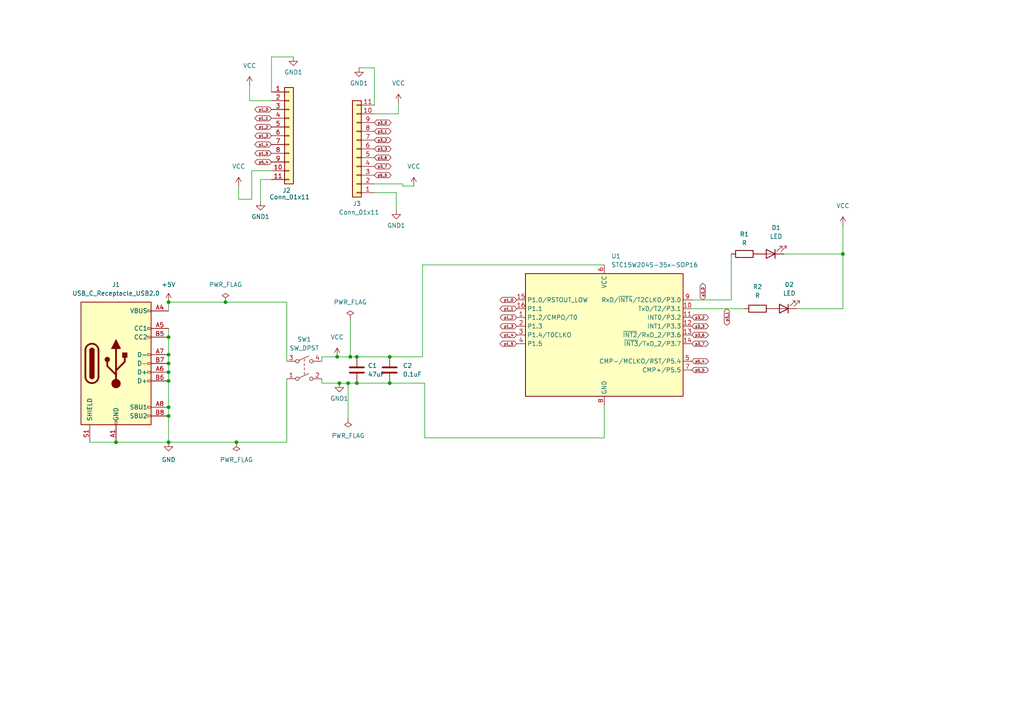
<source format=kicad_sch>
(kicad_sch (version 20211123) (generator eeschema)
  (paper "A4")
  (lib_symbols
    (symbol "Connector:USB_C_Receptacle_USB2.0" (pin_names (offset 1.016))
      (property "Reference" "J" (at -10.16 19.05 0))
      (property "Value" "USB_C_Receptacle_USB2.0" (at 19.05 19.05 0))
      (symbol "USB_C_Receptacle_USB2.0_0_0"
        (rectangle (start -0.254 -17.78) (end 0.254 -16.764))
        (rectangle (start 10.16 -14.986) (end 9.144 -15.494))
        (rectangle (start 10.16 -12.446) (end 9.144 -12.954))
        (rectangle (start 10.16 -4.826) (end 9.144 -5.334))
        (rectangle (start 10.16 -2.286) (end 9.144 -2.794))
        (rectangle (start 10.16 0.254) (end 9.144 -0.254))
        (rectangle (start 10.16 2.794) (end 9.144 2.286))
        (rectangle (start 10.16 7.874) (end 9.144 7.366))
        (rectangle (start 10.16 10.414) (end 9.144 9.906))
        (rectangle (start 10.16 15.494) (end 9.144 14.986))
      )
      (symbol "USB_C_Receptacle_USB2.0_0_1"
        (rectangle (start -10.16 17.78) (end 10.16 -17.78) (stroke (width 0.254)) (fill (type background)))
        (arc (start -8.89 -3.81) (mid -6.985 -5.715) (end -5.08 -3.81) (stroke (width 0.508)))
        (arc (start -7.62 -3.81) (mid -6.985 -4.445) (end -6.35 -3.81) (stroke (width 0.254)))
        (arc (start -7.62 -3.81) (mid -6.985 -4.445) (end -6.35 -3.81) (stroke (width 0.254)) (fill (type outline)))
        (rectangle (start -7.62 -3.81) (end -6.35 3.81) (stroke (width 0.254)) (fill (type outline)))
        (arc (start -6.35 3.81) (mid -6.985 4.445) (end -7.62 3.81) (stroke (width 0.254)))
        (arc (start -6.35 3.81) (mid -6.985 4.445) (end -7.62 3.81) (stroke (width 0.254)) (fill (type outline)))
        (arc (start -5.08 3.81) (mid -6.985 5.715) (end -8.89 3.81) (stroke (width 0.508)))
        (circle (center -2.54 1.143) (radius 0.635) (stroke (width 0.254)) (fill (type outline)))
        (circle (center 0 -5.842) (radius 1.27) (fill (type outline)))
        (polyline (pts (xy -8.89 -3.81) (xy -8.89 3.81)) (stroke (width 0.508)))
        (polyline (pts (xy -5.08 3.81) (xy -5.08 -3.81)) (stroke (width 0.508)))
        (polyline (pts (xy 0 -5.842) (xy 0 4.318)) (stroke (width 0.508)))
        (polyline (pts (xy 0 -3.302) (xy -2.54 -0.762) (xy -2.54 0.508)) (stroke (width 0.508)))
        (polyline (pts (xy 0 -2.032) (xy 2.54 0.508) (xy 2.54 1.778)) (stroke (width 0.508)))
        (polyline (pts (xy -1.27 4.318) (xy 0 6.858) (xy 1.27 4.318) (xy -1.27 4.318)) (stroke (width 0.254)) (fill (type outline)))
        (rectangle (start 1.905 1.778) (end 3.175 3.048) (stroke (width 0.254)) (fill (type outline)))
      )
      (symbol "USB_C_Receptacle_USB2.0_1_1"
        (pin passive line (at 0 -22.86 90) (length 5.08) (name "GND") (number "A1"))
        (pin passive line (at 0 -22.86 90) (length 5.08) hide (name "GND") (number "A12"))
        (pin passive line (at 15.24 15.24 180) (length 5.08) (name "VBUS") (number "A4"))
        (pin bidirectional line (at 15.24 10.16 180) (length 5.08) (name "CC1") (number "A5"))
        (pin bidirectional line (at 15.24 -2.54 180) (length 5.08) (name "D+") (number "A6"))
        (pin bidirectional line (at 15.24 2.54 180) (length 5.08) (name "D-") (number "A7"))
        (pin bidirectional line (at 15.24 -12.7 180) (length 5.08) (name "SBU1") (number "A8"))
        (pin passive line (at 15.24 15.24 180) (length 5.08) hide (name "VBUS") (number "A9"))
        (pin passive line (at 0 -22.86 90) (length 5.08) hide (name "GND") (number "B1"))
        (pin passive line (at 0 -22.86 90) (length 5.08) hide (name "GND") (number "B12"))
        (pin passive line (at 15.24 15.24 180) (length 5.08) hide (name "VBUS") (number "B4"))
        (pin bidirectional line (at 15.24 7.62 180) (length 5.08) (name "CC2") (number "B5"))
        (pin bidirectional line (at 15.24 -5.08 180) (length 5.08) (name "D+") (number "B6"))
        (pin bidirectional line (at 15.24 0 180) (length 5.08) (name "D-") (number "B7"))
        (pin bidirectional line (at 15.24 -15.24 180) (length 5.08) (name "SBU2") (number "B8"))
        (pin passive line (at 15.24 15.24 180) (length 5.08) hide (name "VBUS") (number "B9"))
        (pin passive line (at -7.62 -22.86 90) (length 5.08) (name "SHIELD") (number "S1"))
      )
    )
    (symbol "Connector_Generic:Conn_01x11" (pin_names (offset 1.016) hide)
      (property "Reference" "J" (at 0 15.24 0))
      (property "Value" "Conn_01x11" (at 0 -15.24 0))
      (symbol "Conn_01x11_1_1"
        (rectangle (start -1.27 -12.573) (end 0 -12.827) (stroke (width 0.1524)))
        (rectangle (start -1.27 -10.033) (end 0 -10.287) (stroke (width 0.1524)))
        (rectangle (start -1.27 -7.493) (end 0 -7.747) (stroke (width 0.1524)))
        (rectangle (start -1.27 -4.953) (end 0 -5.207) (stroke (width 0.1524)))
        (rectangle (start -1.27 -2.413) (end 0 -2.667) (stroke (width 0.1524)))
        (rectangle (start -1.27 0.127) (end 0 -0.127) (stroke (width 0.1524)))
        (rectangle (start -1.27 2.667) (end 0 2.413) (stroke (width 0.1524)))
        (rectangle (start -1.27 5.207) (end 0 4.953) (stroke (width 0.1524)))
        (rectangle (start -1.27 7.747) (end 0 7.493) (stroke (width 0.1524)))
        (rectangle (start -1.27 10.287) (end 0 10.033) (stroke (width 0.1524)))
        (rectangle (start -1.27 12.827) (end 0 12.573) (stroke (width 0.1524)))
        (rectangle (start -1.27 13.97) (end 1.27 -13.97) (stroke (width 0.254)) (fill (type background)))
        (pin passive line (at -5.08 12.7 0) (length 3.81) (name "Pin_1") (number "1"))
        (pin passive line (at -5.08 -10.16 0) (length 3.81) (name "Pin_10") (number "10"))
        (pin passive line (at -5.08 -12.7 0) (length 3.81) (name "Pin_11") (number "11"))
        (pin passive line (at -5.08 10.16 0) (length 3.81) (name "Pin_2") (number "2"))
        (pin passive line (at -5.08 7.62 0) (length 3.81) (name "Pin_3") (number "3"))
        (pin passive line (at -5.08 5.08 0) (length 3.81) (name "Pin_4") (number "4"))
        (pin passive line (at -5.08 2.54 0) (length 3.81) (name "Pin_5") (number "5"))
        (pin passive line (at -5.08 0 0) (length 3.81) (name "Pin_6") (number "6"))
        (pin passive line (at -5.08 -2.54 0) (length 3.81) (name "Pin_7") (number "7"))
        (pin passive line (at -5.08 -5.08 0) (length 3.81) (name "Pin_8") (number "8"))
        (pin passive line (at -5.08 -7.62 0) (length 3.81) (name "Pin_9") (number "9"))
      )
    )
    (symbol "Device:C" (pin_numbers hide) (pin_names (offset 0.254))
      (property "Reference" "C" (at 0.635 2.54 0))
      (property "Value" "C" (at 0.635 -2.54 0))
      (symbol "C_0_1"
        (polyline (pts (xy -2.032 -0.762) (xy 2.032 -0.762)) (stroke (width 0.508)))
        (polyline (pts (xy -2.032 0.762) (xy 2.032 0.762)) (stroke (width 0.508)))
      )
      (symbol "C_1_1"
        (pin passive line (at 0 3.81 270) (length 2.794) (name "~") (number "1"))
        (pin passive line (at 0 -3.81 90) (length 2.794) (name "~") (number "2"))
      )
    )
    (symbol "Device:LED" (pin_numbers hide) (pin_names (offset 1.016) hide)
      (property "Reference" "D" (at 0 2.54 0))
      (property "Value" "LED" (at 0 -2.54 0))
      (symbol "LED_0_1"
        (polyline (pts (xy -1.27 -1.27) (xy -1.27 1.27)) (stroke (width 0.254)))
        (polyline (pts (xy -1.27 0) (xy 1.27 0)))
        (polyline (pts (xy 1.27 -1.27) (xy 1.27 1.27) (xy -1.27 0) (xy 1.27 -1.27)) (stroke (width 0.254)))
        (polyline (pts (xy -3.048 -0.762) (xy -4.572 -2.286) (xy -3.81 -2.286) (xy -4.572 -2.286) (xy -4.572 -1.524)))
        (polyline (pts (xy -1.778 -0.762) (xy -3.302 -2.286) (xy -2.54 -2.286) (xy -3.302 -2.286) (xy -3.302 -1.524)))
      )
      (symbol "LED_1_1"
        (pin passive line (at -3.81 0 0) (length 2.54) (name "K") (number "1"))
        (pin passive line (at 3.81 0 180) (length 2.54) (name "A") (number "2"))
      )
    )
    (symbol "Device:R" (pin_numbers hide) (pin_names (offset 0))
      (property "Reference" "R" (at 2.032 0 90))
      (property "Value" "R" (at 0 0 90))
      (symbol "R_0_1"
        (rectangle (start -1.016 -2.54) (end 1.016 2.54) (stroke (width 0.254)))
      )
      (symbol "R_1_1"
        (pin passive line (at 0 3.81 270) (length 1.27) (name "~") (number "1"))
        (pin passive line (at 0 -3.81 90) (length 1.27) (name "~") (number "2"))
      )
    )
    (symbol "MCU_STC:STC15W204S-35x-SOP16"
      (property "Reference" "U" (at -22.86 19.05 0))
      (property "Value" "STC15W204S-35x-SOP16" (at 1.27 19.05 0))
      (symbol "STC15W204S-35x-SOP16_0_1"
        (rectangle (start -22.86 17.78) (end 22.86 -17.78) (stroke (width 0.254)) (fill (type background)))
      )
      (symbol "STC15W204S-35x-SOP16_1_1"
        (pin bidirectional line (at -25.4 5.08 0) (length 2.54) (name "P1.2/CMPO/T0") (number "1"))
        (pin bidirectional line (at 25.4 7.62 180) (length 2.54) (name "TxD/T2/P3.1") (number "10"))
        (pin bidirectional line (at 25.4 5.08 180) (length 2.54) (name "INT0/P3.2") (number "11"))
        (pin bidirectional line (at 25.4 2.54 180) (length 2.54) (name "INT1/P3.3") (number "12"))
        (pin bidirectional line (at 25.4 0 180) (length 2.54) (name "~{INT2}/RxD_2/P3.6") (number "13"))
        (pin bidirectional line (at 25.4 -2.54 180) (length 2.54) (name "~{INT3}/TxD_2/P3.7") (number "14"))
        (pin bidirectional line (at -25.4 10.16 0) (length 2.54) (name "P1.0/RSTOUT_LOW") (number "15"))
        (pin bidirectional line (at -25.4 7.62 0) (length 2.54) (name "P1.1") (number "16"))
        (pin bidirectional line (at -25.4 2.54 0) (length 2.54) (name "P1.3") (number "2"))
        (pin bidirectional line (at -25.4 0 0) (length 2.54) (name "P1.4/T0CLKO") (number "3"))
        (pin bidirectional line (at -25.4 -2.54 0) (length 2.54) (name "P1.5") (number "4"))
        (pin bidirectional line (at 25.4 -7.62 180) (length 2.54) (name "CMP-/MCLKO/RST/P5.4") (number "5"))
        (pin power_in line (at 0 20.32 270) (length 2.54) (name "VCC") (number "6"))
        (pin bidirectional line (at 25.4 -10.16 180) (length 2.54) (name "CMP+/P5.5") (number "7"))
        (pin power_in line (at 0 -20.32 90) (length 2.54) (name "GND") (number "8"))
        (pin bidirectional line (at 25.4 10.16 180) (length 2.54) (name "RxD/~{INT4}/T2CLKO/P3.0") (number "9"))
      )
    )
    (symbol "Switch:SW_DPST" (pin_names (offset 0) hide)
      (property "Reference" "SW" (at 0 5.08 0))
      (property "Value" "SW_DPST" (at 0 -5.08 0))
      (symbol "SW_DPST_0_0"
        (circle (center -2.032 -2.54) (radius 0.508))
        (circle (center -2.032 2.54) (radius 0.508))
        (polyline (pts (xy -1.524 -2.286) (xy 1.27 -1.016)))
        (polyline (pts (xy -1.524 2.794) (xy 1.27 4.064)))
        (polyline (pts (xy 0 -1.27) (xy 0 -0.635)))
        (polyline (pts (xy 0 0) (xy 0 0.635)))
        (polyline (pts (xy 0 1.27) (xy 0 1.905)))
        (polyline (pts (xy 0 2.54) (xy 0 3.175)))
        (circle (center 2.032 -2.54) (radius 0.508))
        (circle (center 2.032 2.54) (radius 0.508))
      )
      (symbol "SW_DPST_1_1"
        (pin passive line (at -5.08 -2.54 0) (length 2.54) (name "1") (number "1"))
        (pin passive line (at 5.08 -2.54 180) (length 2.54) (name "2") (number "2"))
        (pin passive line (at -5.08 2.54 0) (length 2.54) (name "3") (number "3"))
        (pin passive line (at 5.08 2.54 180) (length 2.54) (name "4") (number "4"))
      )
    )
    (symbol "power:+5V" (power) (pin_names (offset 0))
      (property "Value" "+5V" (at 0 3.556 0))
      (symbol "+5V_0_1"
        (polyline (pts (xy -0.762 1.27) (xy 0 2.54)))
        (polyline (pts (xy 0 0) (xy 0 2.54)))
        (polyline (pts (xy 0 2.54) (xy 0.762 1.27)))
      )
      (symbol "+5V_1_1"
        (pin power_in line (at 0 0 90) (length 0) hide (name "+5V") (number "1"))
      )
    )
    (symbol "power:GND" (power) (pin_names (offset 0))
      (property "Value" "GND" (at 0 -3.81 0))
      (symbol "GND_0_1"
        (polyline (pts (xy 0 0) (xy 0 -1.27) (xy 1.27 -1.27) (xy 0 -2.54) (xy -1.27 -1.27) (xy 0 -1.27)))
      )
      (symbol "GND_1_1"
        (pin power_in line (at 0 0 270) (length 0) hide (name "GND") (number "1"))
      )
    )
    (symbol "power:GND1" (power) (pin_names (offset 0))
      (property "Value" "GND1" (at 0 -3.81 0))
      (symbol "GND1_0_1"
        (polyline (pts (xy 0 0) (xy 0 -1.27) (xy 1.27 -1.27) (xy 0 -2.54) (xy -1.27 -1.27) (xy 0 -1.27)))
      )
      (symbol "GND1_1_1"
        (pin power_in line (at 0 0 270) (length 0) hide (name "GND1") (number "1"))
      )
    )
    (symbol "power:PWR_FLAG" (power) (pin_numbers hide) (pin_names (offset 0) hide)
      (property "Value" "PWR_FLAG" (at 0 3.81 0))
      (symbol "PWR_FLAG_0_0"
        (pin power_out line (at 0 0 90) (length 0) (name "pwr") (number "1"))
      )
      (symbol "PWR_FLAG_0_1"
        (polyline (pts (xy 0 0) (xy 0 1.27) (xy -1.016 1.905) (xy 0 2.54) (xy 1.016 1.905) (xy 0 1.27)))
      )
    )
    (symbol "power:VCC" (power) (pin_names (offset 0))
      (property "Value" "VCC" (at 0 3.81 0))
      (symbol "VCC_0_1"
        (polyline (pts (xy -0.762 1.27) (xy 0 2.54)))
        (polyline (pts (xy 0 0) (xy 0 2.54)))
        (polyline (pts (xy 0 2.54) (xy 0.762 1.27)))
      )
      (symbol "VCC_1_1"
        (pin power_in line (at 0 0 90) (length 0) hide (name "VCC") (number "1"))
      )
    )
  )
  (junction (at 48.895 118.11))
  (junction (at 97.79 103.505))
  (junction (at 48.895 105.41))
  (junction (at 48.895 120.65))
  (junction (at 48.895 97.79))
  (junction (at 48.895 128.27))
  (junction (at 113.03 111.125))
  (junction (at 98.425 111.125))
  (junction (at 48.895 107.95))
  (junction (at 33.655 128.27))
  (junction (at 48.895 110.49))
  (junction (at 48.895 102.87))
  (junction (at 65.405 87.63))
  (junction (at 244.475 73.66))
  (junction (at 103.505 103.505))
  (junction (at 101.6 103.505))
  (junction (at 100.965 111.125))
  (junction (at 113.03 103.505))
  (junction (at 68.58 128.27))
  (junction (at 103.505 111.125))
  (junction (at 48.895 87.63))
  (wire (pts (xy 68.58 128.27) (xy 83.185 128.27)))
  (wire (pts (xy 65.405 87.63) (xy 83.185 87.63)))
  (wire (pts (xy 108.585 19.685) (xy 104.14 19.685)))
  (wire (pts (xy 48.895 102.87) (xy 48.895 105.41)))
  (wire (pts (xy 108.585 33.02) (xy 115.57 33.02)))
  (wire (pts (xy 231.14 89.535) (xy 244.475 89.535)))
  (wire (pts (xy 103.505 111.125) (xy 113.03 111.125)))
  (wire (pts (xy 97.79 103.505) (xy 101.6 103.505)))
  (wire (pts (xy 175.26 127) (xy 175.26 117.475)))
  (wire (pts (xy 75.565 52.07) (xy 75.565 58.42)))
  (wire (pts (xy 48.895 120.65) (xy 48.895 128.27)))
  (wire (pts (xy 100.965 111.125) (xy 103.505 111.125)))
  (wire (pts (xy 200.66 86.995) (xy 212.09 86.995)))
  (wire (pts (xy 83.185 104.775) (xy 83.185 87.63)))
  (wire (pts (xy 103.505 103.505) (xy 113.03 103.505)))
  (wire (pts (xy 122.555 76.835) (xy 175.26 76.835)))
  (wire (pts (xy 48.895 95.25) (xy 48.895 97.79)))
  (wire (pts (xy 93.345 103.505) (xy 93.345 104.775)))
  (wire (pts (xy 78.74 29.21) (xy 72.39 29.21)))
  (wire (pts (xy 48.895 105.41) (xy 48.895 107.95)))
  (wire (pts (xy 123.19 127) (xy 175.26 127)))
  (wire (pts (xy 108.585 55.88) (xy 114.935 55.88)))
  (wire (pts (xy 78.74 16.51) (xy 85.09 16.51)))
  (wire (pts (xy 227.33 73.66) (xy 244.475 73.66)))
  (wire (pts (xy 73.025 57.785) (xy 69.215 57.785)))
  (wire (pts (xy 122.555 103.505) (xy 122.555 76.835)))
  (wire (pts (xy 244.475 73.66) (xy 244.475 65.405)))
  (wire (pts (xy 116.84 53.34) (xy 116.84 53.975)))
  (wire (pts (xy 48.895 87.63) (xy 65.405 87.63)))
  (wire (pts (xy 72.39 29.21) (xy 72.39 24.765)))
  (wire (pts (xy 116.84 53.975) (xy 120.015 53.975)))
  (wire (pts (xy 115.57 33.02) (xy 115.57 29.845)))
  (wire (pts (xy 244.475 89.535) (xy 244.475 73.66)))
  (wire (pts (xy 83.185 109.855) (xy 83.185 128.27)))
  (wire (pts (xy 108.585 30.48) (xy 108.585 19.685)))
  (wire (pts (xy 48.895 118.11) (xy 48.895 120.65)))
  (wire (pts (xy 113.03 103.505) (xy 122.555 103.505)))
  (wire (pts (xy 113.03 111.125) (xy 123.19 111.125)))
  (wire (pts (xy 93.345 111.125) (xy 98.425 111.125)))
  (wire (pts (xy 200.66 89.535) (xy 215.9 89.535)))
  (wire (pts (xy 48.895 128.27) (xy 33.655 128.27)))
  (wire (pts (xy 101.6 92.71) (xy 101.6 103.505)))
  (wire (pts (xy 78.74 26.67) (xy 78.74 16.51)))
  (wire (pts (xy 78.74 49.53) (xy 73.025 49.53)))
  (wire (pts (xy 73.025 49.53) (xy 73.025 57.785)))
  (wire (pts (xy 48.895 97.79) (xy 48.895 102.87)))
  (wire (pts (xy 48.895 110.49) (xy 48.895 118.11)))
  (wire (pts (xy 48.895 90.17) (xy 48.895 87.63)))
  (wire (pts (xy 114.935 55.88) (xy 114.935 60.96)))
  (wire (pts (xy 108.585 53.34) (xy 116.84 53.34)))
  (wire (pts (xy 93.345 103.505) (xy 97.79 103.505)))
  (wire (pts (xy 101.6 103.505) (xy 103.505 103.505)))
  (wire (pts (xy 100.965 111.125) (xy 100.965 121.285)))
  (wire (pts (xy 69.215 53.975) (xy 69.215 57.785)))
  (wire (pts (xy 212.09 73.66) (xy 212.09 86.995)))
  (wire (pts (xy 78.74 52.07) (xy 75.565 52.07)))
  (wire (pts (xy 48.895 128.27) (xy 68.58 128.27)))
  (wire (pts (xy 48.895 107.95) (xy 48.895 110.49)))
  (wire (pts (xy 93.345 109.855) (xy 93.345 111.125)))
  (wire (pts (xy 98.425 111.125) (xy 100.965 111.125)))
  (wire (pts (xy 123.19 111.125) (xy 123.19 127)))
  (wire (pts (xy 33.655 128.27) (xy 26.035 128.27)))
  (global_label "p5_4" (shape bidirectional) (at 78.74 46.99 180) (effects (font (size 0.762 0.762))) (property "Intersheet References" "${INTERSHEET_REFS}" (effects hide)))
  (global_label "p1_5" (shape bidirectional) (at 78.74 44.45 180) (effects (font (size 0.762 0.762))) (property "Intersheet References" "${INTERSHEET_REFS}" (effects hide)))
  (global_label "p3_7" (shape bidirectional) (at 108.585 48.26 0) (effects (font (size 0.762 0.762))) (property "Intersheet References" "${INTERSHEET_REFS}" (effects hide)))
  (global_label "p3_3" (shape bidirectional) (at 200.66 94.615 0) (effects (font (size 0.762 0.762))) (property "Intersheet References" "${INTERSHEET_REFS}" (effects hide)))
  (global_label "p3_6" (shape bidirectional) (at 108.585 45.72 0) (effects (font (size 0.762 0.762))) (property "Intersheet References" "${INTERSHEET_REFS}" (effects hide)))
  (global_label "p3_2" (shape bidirectional) (at 200.66 92.075 0) (effects (font (size 0.762 0.762))) (property "Intersheet References" "${INTERSHEET_REFS}" (effects hide)))
  (global_label "p3_2" (shape bidirectional) (at 108.585 40.64 0) (effects (font (size 0.762 0.762))) (property "Intersheet References" "${INTERSHEET_REFS}" (effects hide)))
  (global_label "p5_4" (shape bidirectional) (at 200.66 104.775 0) (effects (font (size 0.762 0.762))) (property "Intersheet References" "${INTERSHEET_REFS}" (effects hide)))
  (global_label "p5_5" (shape bidirectional) (at 200.66 107.315 0) (effects (font (size 0.762 0.762))) (property "Intersheet References" "${INTERSHEET_REFS}" (effects hide)))
  (global_label "p1_4" (shape bidirectional) (at 78.74 41.91 180) (effects (font (size 0.762 0.762))) (property "Intersheet References" "${INTERSHEET_REFS}" (effects hide)))
  (global_label "p1_0" (shape bidirectional) (at 149.86 86.995 180) (effects (font (size 0.762 0.762))) (property "Intersheet References" "${INTERSHEET_REFS}" (effects hide)))
  (global_label "p1_2" (shape bidirectional) (at 149.86 92.075 180) (effects (font (size 0.762 0.762))) (property "Intersheet References" "${INTERSHEET_REFS}" (effects hide)))
  (global_label "p1_5" (shape bidirectional) (at 149.86 99.695 180) (effects (font (size 0.762 0.762))) (property "Intersheet References" "${INTERSHEET_REFS}" (effects hide)))
  (global_label "p3_1" (shape bidirectional) (at 108.585 38.1 0) (effects (font (size 0.762 0.762))) (property "Intersheet References" "${INTERSHEET_REFS}" (effects hide)))
  (global_label "p3_0" (shape bidirectional) (at 108.585 35.56 0) (effects (font (size 0.762 0.762))) (property "Intersheet References" "${INTERSHEET_REFS}" (effects hide)))
  (global_label "p1_3" (shape bidirectional) (at 78.74 39.37 180) (effects (font (size 0.762 0.762))) (property "Intersheet References" "${INTERSHEET_REFS}" (effects hide)))
  (global_label "p1_2" (shape bidirectional) (at 78.74 36.83 180) (effects (font (size 0.762 0.762))) (property "Intersheet References" "${INTERSHEET_REFS}" (effects hide)))
  (global_label "p3_0" (shape bidirectional) (at 203.835 86.995 90) (effects (font (size 0.762 0.762))) (property "Intersheet References" "${INTERSHEET_REFS}" (effects hide)))
  (global_label "p3_1" (shape bidirectional) (at 210.82 89.535 270) (effects (font (size 0.762 0.762))) (property "Intersheet References" "${INTERSHEET_REFS}" (effects hide)))
  (global_label "p3_3" (shape bidirectional) (at 108.585 43.18 0) (effects (font (size 0.762 0.762))) (property "Intersheet References" "${INTERSHEET_REFS}" (effects hide)))
  (global_label "p3_6" (shape bidirectional) (at 200.66 97.155 0) (effects (font (size 0.762 0.762))) (property "Intersheet References" "${INTERSHEET_REFS}" (effects hide)))
  (global_label "p1_0" (shape bidirectional) (at 78.74 31.75 180) (effects (font (size 0.762 0.762))) (property "Intersheet References" "${INTERSHEET_REFS}" (effects hide)))
  (global_label "p3_7" (shape bidirectional) (at 200.66 99.695 0) (effects (font (size 0.762 0.762))) (property "Intersheet References" "${INTERSHEET_REFS}" (effects hide)))
  (global_label "p1_1" (shape bidirectional) (at 149.86 89.535 180) (effects (font (size 0.762 0.762))) (property "Intersheet References" "${INTERSHEET_REFS}" (effects hide)))
  (global_label "p5_5" (shape bidirectional) (at 108.585 50.8 0) (effects (font (size 0.762 0.762))) (property "Intersheet References" "${INTERSHEET_REFS}" (effects hide)))
  (global_label "p1_1" (shape bidirectional) (at 78.74 34.29 180) (effects (font (size 0.762 0.762))) (property "Intersheet References" "${INTERSHEET_REFS}" (effects hide)))
  (global_label "p1_4" (shape bidirectional) (at 149.86 97.155 180) (effects (font (size 0.762 0.762))) (property "Intersheet References" "${INTERSHEET_REFS}" (effects hide)))
  (global_label "p1_3" (shape bidirectional) (at 149.86 94.615 180) (effects (font (size 0.762 0.762))) (property "Intersheet References" "${INTERSHEET_REFS}" (effects hide)))
  (symbol (lib_id "power:VCC") (at 115.57 29.845 0) (unit 1)
    (property "Reference" "#PWR06" (effects hide))
    (property "Value" "VCC" (at 115.57 24.13 0))
  )
  (symbol (lib_id "power:VCC") (at 244.475 65.405 0) (unit 1)
    (property "Reference" "#PWR011" (effects hide))
    (property "Value" "VCC" (at 244.475 59.69 0))
  )
  (symbol (lib_id "power:VCC") (at 120.015 53.975 0) (unit 1)
    (property "Reference" "#PWR08" (effects hide))
    (property "Value" "VCC" (at 120.015 48.26 0))
  )
  (symbol (lib_id "Switch:SW_DPST") (at 88.265 107.315 0) (unit 1)
    (property "Reference" "SW1" (at 88.265 98.425 0))
    (property "Value" "SW_DPST" (at 88.265 100.965 0))
    (property "Footprint" "Button_Switch_THT:SW_Push_2P1T_Toggle_CK_PVA1xxH4xxxxxxV2" (effects hide))
  )
  (symbol (lib_id "power:GND1") (at 98.425 111.125 0) (unit 1)
    (property "Reference" "#PWR013" (effects hide))
    (property "Value" "GND1" (at 98.425 115.57 0))
  )
  (symbol (lib_id "Connector_Generic:Conn_01x11") (at 83.82 39.37 0) (unit 1)
    (property "Reference" "J2" (at 81.915 55.245 0) (effects (justify left)))
    (property "Value" "Conn_01x11" (at 78.105 57.15 0) (effects (justify left)))
    (property "Footprint" "Connector_PinHeader_2.54mm:PinHeader_1x11_P2.54mm_Vertical" (effects hide))
  )
  (symbol (lib_id "power:PWR_FLAG") (at 101.6 92.71 0) (unit 1)
    (property "Reference" "#FLG01" (effects hide))
    (property "Value" "PWR_FLAG" (at 101.6 87.63 0))
  )
  (symbol (lib_id "MCU_STC:STC15W204S-35x-SOP16") (at 175.26 97.155 0) (unit 1)
    (property "Reference" "U1" (at 177.2794 74.295 0) (effects (justify left)))
    (property "Value" "STC15W204S-35x-SOP16" (at 177.2794 76.835 0) (effects (justify left)))
    (property "Footprint" "Package_SO:STC_SOP-16_3.9x9.9mm_P1.27mm" (effects hide))
    (property "Datasheet" "www.stcmicro.com/datasheet/STC15F2K60S2-en.pdf" (effects hide))
  )
  (symbol (lib_id "power:GND") (at 48.895 128.27 0) (unit 1)
    (property "Reference" "#PWR01" (effects hide))
    (property "Value" "GND" (at 48.895 133.35 0))
  )
  (symbol (lib_id "power:GND1") (at 85.09 16.51 0) (unit 1)
    (property "Reference" "#PWR02" (effects hide))
    (property "Value" "GND1" (at 85.09 20.955 0))
  )
  (symbol (lib_id "power:GND1") (at 104.14 19.685 0) (unit 1)
    (property "Reference" "#PWR03" (effects hide))
    (property "Value" "GND1" (at 104.14 24.13 0))
  )
  (symbol (lib_id "Connector:USB_C_Receptacle_USB2.0") (at 33.655 105.41 0) (unit 1)
    (property "Reference" "J1" (at 33.655 82.55 0))
    (property "Value" "USB_C_Receptacle_USB2.0" (at 33.655 85.09 0))
    (property "Footprint" "Connector_USB:USB_C_Receptacle_HRO_TYPE-C-31-M-12" (effects hide))
    (property "Datasheet" "https://www.usb.org/sites/default/files/documents/usb_type-c.zip" (effects hide))
  )
  (symbol (lib_id "power:GND1") (at 75.565 58.42 0) (unit 1)
    (property "Reference" "#PWR09" (effects hide))
    (property "Value" "GND1" (at 75.565 62.865 0))
  )
  (symbol (lib_id "Device:LED") (at 227.33 89.535 180) (unit 1)
    (property "Reference" "D2" (at 228.9175 82.55 0))
    (property "Value" "LED" (at 228.9175 85.09 0))
    (property "Footprint" "LED_SMD:LED_1206_3216Metric" (effects hide))
  )
  (symbol (lib_id "Device:C") (at 113.03 107.315 0) (unit 1)
    (property "Reference" "C2" (at 116.84 106.0449 0) (effects (justify left)))
    (property "Value" "0.1uF" (at 116.84 108.5849 0) (effects (justify left)))
    (property "Footprint" "Capacitor_SMD:C_0805_2012Metric" (effects hide))
  )
  (symbol (lib_id "Connector_Generic:Conn_01x11") (at 103.505 43.18 180) (unit 1)
    (property "Reference" "J3" (at 103.505 59.055 0))
    (property "Value" "Conn_01x11" (at 104.14 61.595 0))
    (property "Footprint" "Connector_PinHeader_2.54mm:PinHeader_1x11_P2.54mm_Vertical" (effects hide))
  )
  (symbol (lib_id "power:VCC") (at 72.39 24.765 0) (unit 1)
    (property "Reference" "#PWR04" (effects hide))
    (property "Value" "VCC" (at 72.39 19.05 0))
  )
  (symbol (lib_id "power:GND1") (at 114.935 60.96 0) (unit 1)
    (property "Reference" "#PWR010" (effects hide))
    (property "Value" "GND1" (at 114.935 65.405 0))
  )
  (symbol (lib_id "Device:R") (at 215.9 73.66 90) (unit 1)
    (property "Reference" "R1" (at 215.9 67.945 90))
    (property "Value" "R" (at 215.9 70.485 90))
    (property "Footprint" "Resistor_SMD:R_0805_2012Metric" (effects hide))
  )
  (symbol (lib_id "power:+5V") (at 48.895 87.63 0) (unit 1)
    (property "Reference" "#PWR05" (effects hide))
    (property "Value" "+5V" (at 48.895 82.55 0))
  )
  (symbol (lib_id "power:PWR_FLAG") (at 68.58 128.27 180) (unit 1)
    (property "Reference" "#FLG0102" (effects hide))
    (property "Value" "PWR_FLAG" (at 68.58 133.35 0))
  )
  (symbol (lib_id "power:VCC") (at 69.215 53.975 0) (unit 1)
    (property "Reference" "#PWR07" (effects hide))
    (property "Value" "VCC" (at 69.215 48.26 0))
  )
  (symbol (lib_id "power:PWR_FLAG") (at 65.405 87.63 0) (unit 1)
    (property "Reference" "#FLG0101" (effects hide))
    (property "Value" "PWR_FLAG" (at 65.405 82.55 0))
  )
  (symbol (lib_id "power:PWR_FLAG") (at 100.965 121.285 180) (unit 1)
    (property "Reference" "#FLG02" (effects hide))
    (property "Value" "PWR_FLAG" (at 100.965 126.365 0))
  )
  (symbol (lib_id "Device:LED") (at 223.52 73.66 180) (unit 1)
    (property "Reference" "D1" (at 225.1075 66.04 0))
    (property "Value" "LED" (at 225.1075 68.58 0))
    (property "Footprint" "LED_SMD:LED_1206_3216Metric" (effects hide))
  )
  (symbol (lib_id "Device:C") (at 103.505 107.315 0) (unit 1)
    (property "Reference" "C1" (at 106.68 106.0449 0) (effects (justify left)))
    (property "Value" "47uF" (at 106.68 108.5849 0) (effects (justify left)))
    (property "Footprint" "Capacitor_SMD:C_0603_1608Metric" (effects hide))
  )
  (symbol (lib_id "Device:R") (at 219.71 89.535 270) (unit 1)
    (property "Reference" "R2" (at 219.71 83.185 90))
    (property "Value" "R" (at 219.71 85.725 90))
    (property "Footprint" "Resistor_SMD:R_0805_2012Metric" (effects hide))
  )
  (symbol (lib_id "power:VCC") (at 97.79 103.505 0) (unit 1)
    (property "Reference" "#PWR012" (effects hide))
    (property "Value" "VCC" (at 97.79 97.79 0))
  )
)
</source>
